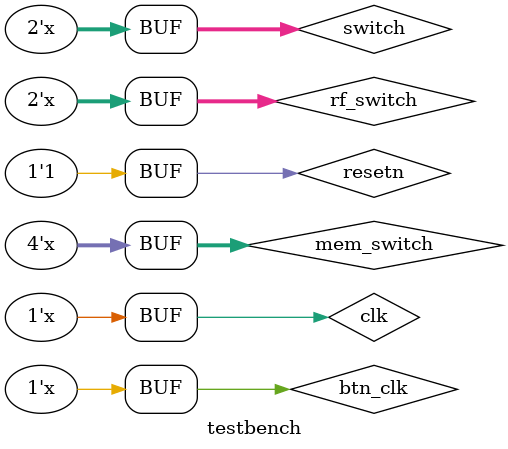
<source format=v>
`timescale 1ns / 1ps
module testbench();

	//Input
	reg clk;
	reg resetn;
	reg btn_clk;
	reg [1:0] switch;
	reg [1:0] rf_switch;
	reg [3:0] mem_switch;
	
	//Output
	wire [7:0] figure;
	wire [7:0] seg_signal;
	
	
	single_cycle_cpu_display uut
	(
		.clk(clk),
		.resetn(resetn),
		.btn_clk(btn_clk),
		.switch(switch),
		.rf_switch(rf_switch),
		.mem_switch(mem_switch),
		.figure(figure),
		.seg_signal(seg_signal)
	);
	
	initial
	begin
		clk = 0;
		resetn = 0;
		btn_clk = 0;
		switch = 0;
		rf_switch = 1;
		mem_switch = 0;
	end
	
	
	always #10
	begin
		clk = ~clk;		
	end
	always #100
	   resetn = 1;
	always #40
		btn_clk = ~btn_clk;
	always #50
	begin
		rf_switch = rf_switch + 1;
		mem_switch = mem_switch + 1;
		switch = switch +1;
	end
endmodule
</source>
